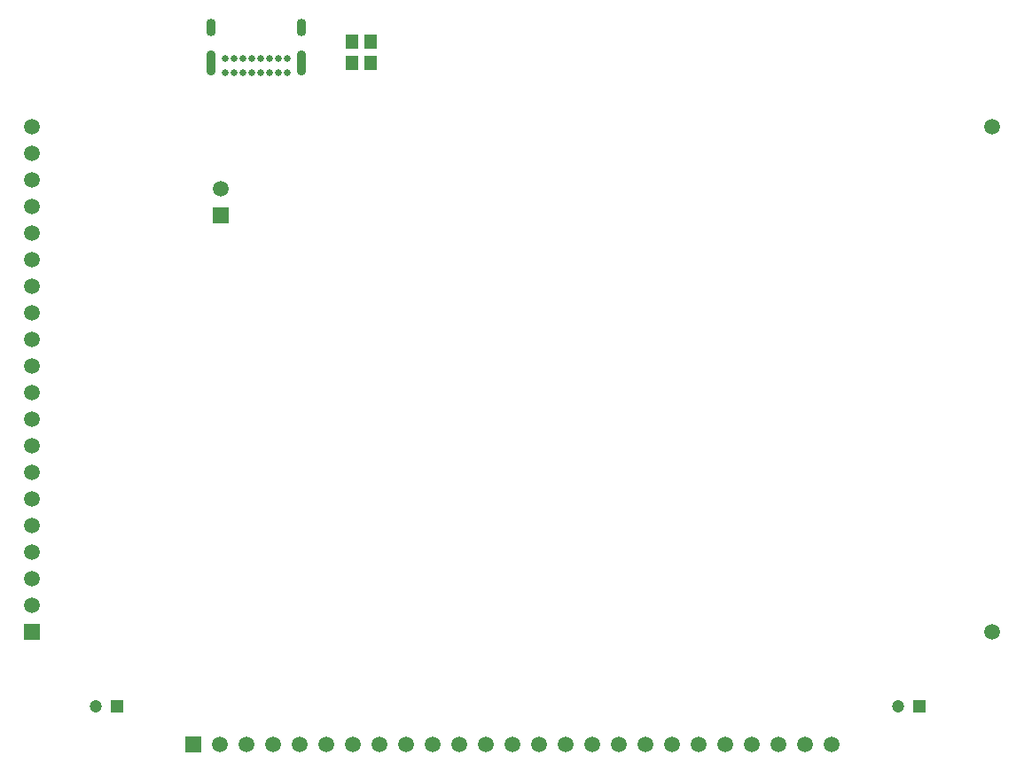
<source format=gbr>
%TF.GenerationSoftware,Altium Limited,Altium Designer,22.7.1 (60)*%
G04 Layer_Color=255*
%FSLAX45Y45*%
%MOMM*%
%TF.SameCoordinates,3BEA7849-7BF4-4C83-8F54-36563B6BDC8B*%
%TF.FilePolarity,Positive*%
%TF.FileFunction,Pads,Top*%
%TF.Part,Single*%
G01*
G75*
%TA.AperFunction,SMDPad,CuDef*%
%ADD10R,1.15000X1.35000*%
%TA.AperFunction,ComponentPad*%
%ADD16C,1.20000*%
%ADD17R,1.20000X1.20000*%
%ADD18C,0.65000*%
G04:AMPARAMS|DCode=19|XSize=0.9mm|YSize=2.4mm|CornerRadius=0.45mm|HoleSize=0mm|Usage=FLASHONLY|Rotation=0.000|XOffset=0mm|YOffset=0mm|HoleType=Round|Shape=RoundedRectangle|*
%AMROUNDEDRECTD19*
21,1,0.90000,1.50000,0,0,0.0*
21,1,0.00000,2.40000,0,0,0.0*
1,1,0.90000,0.00000,-0.75000*
1,1,0.90000,0.00000,-0.75000*
1,1,0.90000,0.00000,0.75000*
1,1,0.90000,0.00000,0.75000*
%
%ADD19ROUNDEDRECTD19*%
G04:AMPARAMS|DCode=20|XSize=0.9mm|YSize=1.7mm|CornerRadius=0.45mm|HoleSize=0mm|Usage=FLASHONLY|Rotation=0.000|XOffset=0mm|YOffset=0mm|HoleType=Round|Shape=RoundedRectangle|*
%AMROUNDEDRECTD20*
21,1,0.90000,0.80000,0,0,0.0*
21,1,0.00000,1.70000,0,0,0.0*
1,1,0.90000,0.00000,-0.40000*
1,1,0.90000,0.00000,-0.40000*
1,1,0.90000,0.00000,0.40000*
1,1,0.90000,0.00000,0.40000*
%
%ADD20ROUNDEDRECTD20*%
%ADD21C,1.50000*%
%ADD22R,1.50000X1.50000*%
%ADD23R,1.50000X1.50000*%
%TA.AperFunction,ViaPad*%
%ADD24C,1.50000*%
D10*
X3487493Y7174179D02*
D03*
X3312493D02*
D03*
X3487493Y6967728D02*
D03*
X3312493D02*
D03*
D16*
X865509Y824091D02*
D03*
X8531229D02*
D03*
D17*
X1065509D02*
D03*
X8731229D02*
D03*
D18*
X2102100Y7009600D02*
D03*
X2187101D02*
D03*
X2272100D02*
D03*
X2357100D02*
D03*
X2442101D02*
D03*
X2527101D02*
D03*
X2612100D02*
D03*
X2697101D02*
D03*
Y6874600D02*
D03*
X2612100D02*
D03*
X2527101D02*
D03*
X2442101D02*
D03*
X2357100D02*
D03*
X2272100D02*
D03*
X2187101D02*
D03*
X2102100D02*
D03*
D19*
X2832101Y6972600D02*
D03*
X1967100D02*
D03*
D20*
X2832101Y7310600D02*
D03*
X1967100D02*
D03*
D21*
X259000Y6361300D02*
D03*
Y6107300D02*
D03*
Y5853300D02*
D03*
Y5599300D02*
D03*
Y5345300D02*
D03*
Y5091300D02*
D03*
Y4837300D02*
D03*
Y4583300D02*
D03*
Y4329300D02*
D03*
Y4075300D02*
D03*
Y3821300D02*
D03*
Y3567300D02*
D03*
Y3313300D02*
D03*
Y3059300D02*
D03*
Y2805300D02*
D03*
Y2551300D02*
D03*
Y2297300D02*
D03*
Y2043300D02*
D03*
Y1789300D02*
D03*
X2048430Y455000D02*
D03*
X2302430D02*
D03*
X2556430D02*
D03*
X2810430D02*
D03*
X3064430D02*
D03*
X3318430D02*
D03*
X3572430D02*
D03*
X3826430D02*
D03*
X4080430D02*
D03*
X4334430D02*
D03*
X4588430D02*
D03*
X4842430D02*
D03*
X5096430D02*
D03*
X5350430D02*
D03*
X5604430D02*
D03*
X5858430D02*
D03*
X6112430D02*
D03*
X6366430D02*
D03*
X6620430D02*
D03*
X6874430D02*
D03*
X7128430D02*
D03*
X7382430D02*
D03*
X7636430D02*
D03*
X7890430D02*
D03*
X2061718Y5768848D02*
D03*
D22*
X259000Y1535300D02*
D03*
X2061718Y5514848D02*
D03*
D23*
X1794430Y455000D02*
D03*
D24*
X9425860Y1535300D02*
D03*
Y6361300D02*
D03*
%TF.MD5,eb845682062a41f2182956e2ab4ea0e8*%
M02*

</source>
